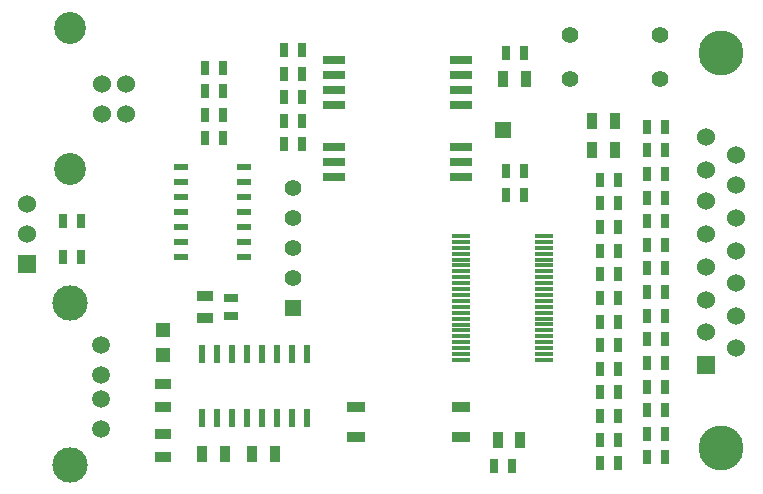
<source format=gts>
G04 (created by PCBNEW (2013-03-15 BZR 4003)-stable) date 17/04/2013 22:03:58*
%MOIN*%
G04 Gerber Fmt 3.4, Leading zero omitted, Abs format*
%FSLAX34Y34*%
G01*
G70*
G90*
G04 APERTURE LIST*
%ADD10C,0.006*%
%ADD11C,0.06*%
%ADD12C,0.1063*%
%ADD13C,0.0591*%
%ADD14C,0.1181*%
%ADD15R,0.063X0.0138*%
%ADD16R,0.063X0.0354*%
%ADD17R,0.0752X0.0299*%
%ADD18R,0.023622X0.0610236*%
%ADD19R,0.045X0.02*%
%ADD20R,0.055X0.035*%
%ADD21R,0.035X0.055*%
%ADD22R,0.025X0.045*%
%ADD23R,0.045X0.025*%
%ADD24R,0.055X0.055*%
%ADD25C,0.055*%
%ADD26R,0.0472X0.0472*%
%ADD27C,0.15*%
%ADD28R,0.06X0.06*%
G04 APERTURE END LIST*
G54D10*
G54D11*
X56751Y-41818D03*
X56751Y-40818D03*
X55964Y-40818D03*
X55964Y-41818D03*
G54D12*
X54901Y-43680D03*
X54901Y-38956D03*
G54D13*
X55935Y-52315D03*
X55935Y-51315D03*
X55935Y-50515D03*
X55935Y-49515D03*
G54D14*
X54885Y-53515D03*
X54885Y-48115D03*
G54D15*
X70699Y-50028D03*
X70699Y-49831D03*
X70699Y-49635D03*
X70699Y-49438D03*
X70699Y-49241D03*
X70699Y-49044D03*
X70699Y-48847D03*
X70699Y-48650D03*
X70699Y-48453D03*
X70699Y-48257D03*
X70699Y-48060D03*
X70699Y-47863D03*
X70699Y-47666D03*
X70699Y-47469D03*
X70699Y-47272D03*
X70699Y-47076D03*
X70699Y-46879D03*
X70699Y-46682D03*
X70699Y-46485D03*
X70699Y-46288D03*
X70699Y-46091D03*
X70699Y-45894D03*
X67941Y-45895D03*
X67941Y-46092D03*
X67941Y-46289D03*
X67941Y-46486D03*
X67941Y-46682D03*
X67941Y-46879D03*
X67941Y-47076D03*
X67941Y-47273D03*
X67941Y-47470D03*
X67941Y-47667D03*
X67941Y-47864D03*
X67941Y-48060D03*
X67941Y-48257D03*
X67941Y-48454D03*
X67941Y-48651D03*
X67941Y-48848D03*
X67941Y-49045D03*
X67941Y-49242D03*
X67941Y-49438D03*
X67941Y-49635D03*
X67941Y-49832D03*
X67941Y-50029D03*
G54D16*
X64421Y-52596D03*
X67921Y-52596D03*
X67921Y-51596D03*
X64421Y-51596D03*
G54D17*
X63679Y-40027D03*
X63679Y-40527D03*
X63679Y-41027D03*
X63679Y-41527D03*
X67929Y-41527D03*
X67929Y-41027D03*
X67929Y-40527D03*
X67929Y-40027D03*
X67925Y-43935D03*
X67925Y-43435D03*
X67925Y-42935D03*
X63675Y-42935D03*
X63675Y-43435D03*
X63675Y-43935D03*
G54D18*
X59303Y-49815D03*
X60303Y-49815D03*
X60803Y-49815D03*
X61303Y-49815D03*
X61803Y-49815D03*
X62303Y-49815D03*
X62803Y-49815D03*
X62803Y-51965D03*
X62303Y-51965D03*
X61803Y-51965D03*
X61303Y-51965D03*
X60803Y-51965D03*
X60303Y-51965D03*
X59803Y-51965D03*
X59303Y-51965D03*
X59803Y-49815D03*
G54D19*
X58575Y-43608D03*
X58575Y-44108D03*
X58575Y-44608D03*
X58575Y-45108D03*
X58575Y-45608D03*
X58575Y-46108D03*
X58575Y-46608D03*
X60675Y-46608D03*
X60675Y-46108D03*
X60675Y-45608D03*
X60675Y-45108D03*
X60675Y-44608D03*
X60675Y-44108D03*
X60675Y-43608D03*
G54D20*
X58001Y-53258D03*
X58001Y-52508D03*
G54D21*
X73042Y-43041D03*
X72292Y-43041D03*
X73042Y-42057D03*
X72292Y-42057D03*
X69892Y-52687D03*
X69142Y-52687D03*
X70089Y-40679D03*
X69339Y-40679D03*
X60050Y-53179D03*
X59300Y-53179D03*
X61723Y-53179D03*
X60973Y-53179D03*
G54D20*
X58001Y-50835D03*
X58001Y-51585D03*
X59379Y-48632D03*
X59379Y-47882D03*
G54D22*
X73164Y-48750D03*
X72564Y-48750D03*
X73164Y-51899D03*
X72564Y-51899D03*
X73164Y-51112D03*
X72564Y-51112D03*
X73164Y-50324D03*
X72564Y-50324D03*
X59375Y-42647D03*
X59975Y-42647D03*
X70014Y-39793D03*
X69414Y-39793D03*
X62032Y-42844D03*
X62632Y-42844D03*
X73164Y-53474D03*
X72564Y-53474D03*
X73164Y-49537D03*
X72564Y-49537D03*
X73164Y-44025D03*
X72564Y-44025D03*
X73164Y-44812D03*
X72564Y-44812D03*
X73164Y-52687D03*
X72564Y-52687D03*
X73164Y-45600D03*
X72564Y-45600D03*
X73164Y-46387D03*
X72564Y-46387D03*
X73164Y-47175D03*
X72564Y-47175D03*
X73164Y-47962D03*
X72564Y-47962D03*
X74738Y-49340D03*
X74138Y-49340D03*
X74738Y-52490D03*
X74138Y-52490D03*
X74738Y-51702D03*
X74138Y-51702D03*
X74738Y-50915D03*
X74138Y-50915D03*
X74738Y-50127D03*
X74138Y-50127D03*
X62032Y-39694D03*
X62632Y-39694D03*
X74738Y-48553D03*
X74138Y-48553D03*
X62032Y-42057D03*
X62632Y-42057D03*
X62632Y-41269D03*
X62032Y-41269D03*
X62632Y-40482D03*
X62032Y-40482D03*
X59375Y-41072D03*
X59975Y-41072D03*
X69414Y-43730D03*
X70014Y-43730D03*
X59375Y-40285D03*
X59975Y-40285D03*
X59375Y-41860D03*
X59975Y-41860D03*
X74738Y-47765D03*
X74138Y-47765D03*
X54650Y-46584D03*
X55250Y-46584D03*
X74138Y-43041D03*
X74738Y-43041D03*
X74138Y-42253D03*
X74738Y-42253D03*
G54D23*
X60265Y-47957D03*
X60265Y-48557D03*
G54D22*
X69414Y-44517D03*
X70014Y-44517D03*
X69020Y-53572D03*
X69620Y-53572D03*
X74738Y-43828D03*
X74138Y-43828D03*
X54650Y-45403D03*
X55250Y-45403D03*
X74738Y-53277D03*
X74138Y-53277D03*
X74738Y-44616D03*
X74138Y-44616D03*
X74738Y-45403D03*
X74138Y-45403D03*
X74738Y-46190D03*
X74138Y-46190D03*
X74738Y-46978D03*
X74138Y-46978D03*
G54D24*
X69320Y-42352D03*
G54D25*
X74561Y-40679D03*
X71561Y-40679D03*
X71561Y-39202D03*
X74561Y-39202D03*
G54D24*
X62332Y-48297D03*
G54D25*
X62332Y-47297D03*
X62332Y-46297D03*
X62332Y-45297D03*
X62332Y-44297D03*
G54D26*
X58001Y-49851D03*
X58001Y-49025D03*
G54D27*
X76604Y-52981D03*
X76604Y-39793D03*
G54D11*
X76104Y-42587D03*
X76104Y-43687D03*
X76104Y-44737D03*
X76104Y-45837D03*
X76104Y-46937D03*
X76104Y-48037D03*
X76104Y-49087D03*
G54D28*
X76104Y-50187D03*
G54D11*
X77104Y-43207D03*
X77104Y-44207D03*
X77104Y-45307D03*
X77104Y-46387D03*
X77104Y-47467D03*
X77104Y-48567D03*
X77104Y-49647D03*
G54D28*
X53464Y-46826D03*
G54D11*
X53464Y-45826D03*
X53464Y-44826D03*
M02*

</source>
